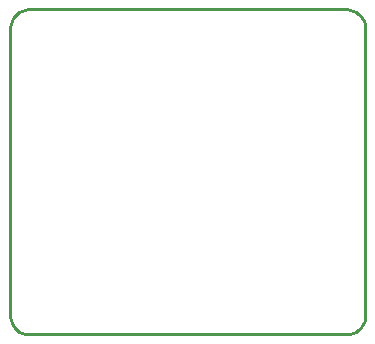
<source format=gm1>
G04*
G04 #@! TF.GenerationSoftware,Altium Limited,Altium Designer,24.10.1 (45)*
G04*
G04 Layer_Color=16711935*
%FSLAX25Y25*%
%MOIN*%
G70*
G04*
G04 #@! TF.SameCoordinates,7D61CDC6-73F6-4491-BD7D-58E7267C6A93*
G04*
G04*
G04 #@! TF.FilePolarity,Positive*
G04*
G01*
G75*
%ADD13C,0.01000*%
D13*
X122047Y0D02*
X123073Y90D01*
X124067Y356D01*
X125000Y791D01*
X125843Y1382D01*
X126571Y2110D01*
X127162Y2953D01*
X127597Y3886D01*
X127863Y4880D01*
X127953Y5906D01*
X9843Y5906D02*
X9932Y4880D01*
X10199Y3886D01*
X10634Y2953D01*
X11224Y2110D01*
X11952Y1382D01*
X12795Y791D01*
X13728Y356D01*
X14723Y90D01*
X15748Y0D01*
Y108268D02*
X14723Y108178D01*
X13728Y107912D01*
X12795Y107476D01*
X11952Y106886D01*
X11224Y106158D01*
X10634Y105315D01*
X10199Y104382D01*
X9932Y103388D01*
X9843Y102362D01*
X127953Y102362D02*
X127863Y103388D01*
X127597Y104382D01*
X127162Y105315D01*
X126571Y106158D01*
X125843Y106886D01*
X125000Y107476D01*
X124067Y107912D01*
X123073Y108178D01*
X122047Y108268D01*
X15748D02*
X122047D01*
X9843Y5906D02*
Y102362D01*
X15748Y0D02*
X122047D01*
X127953Y5906D02*
Y102362D01*
M02*

</source>
